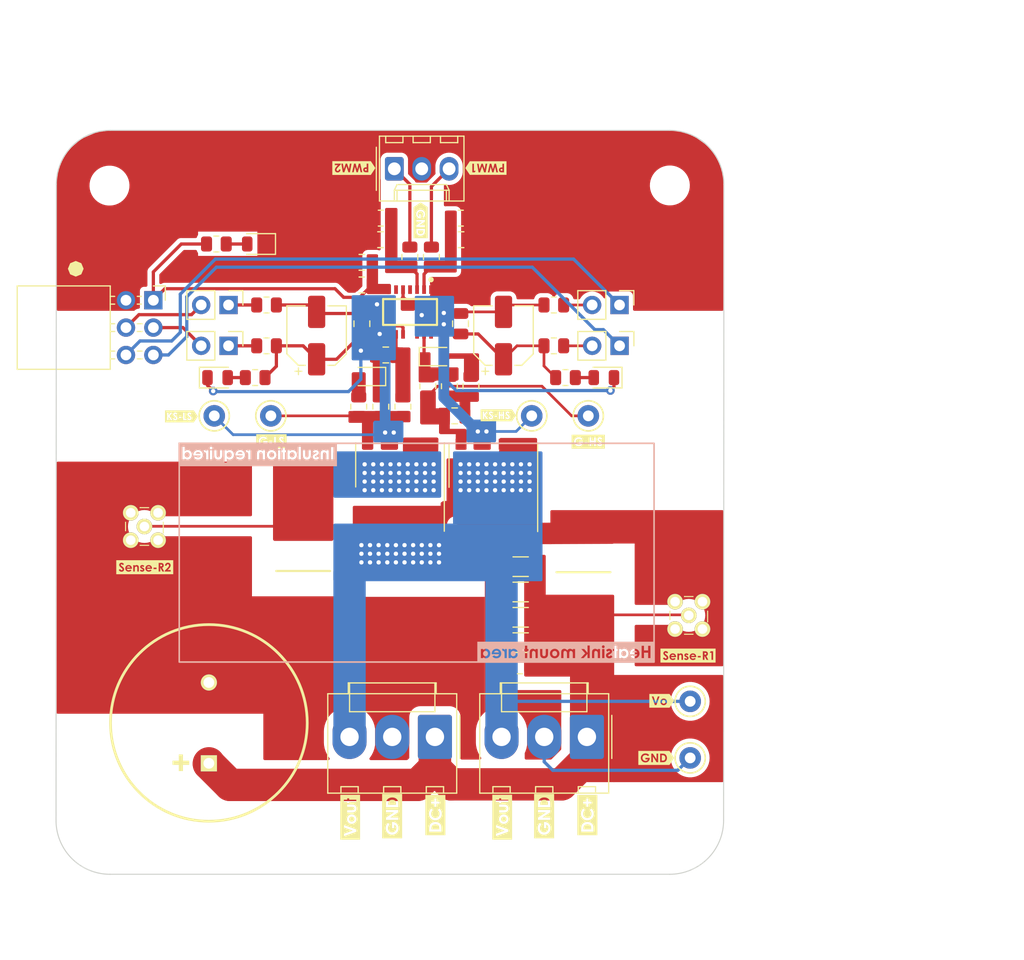
<source format=kicad_pcb>
(kicad_pcb (version 20221018) (generator pcbnew)
  (title_block (comment 4 "AISLER Project ID: ZPYPMIGU"))
  (layers (0 "F.Cu" mixed) (31 "B.Cu" mixed) (34 "B.Paste" user) (35 "F.Paste" user) (36 "B.SilkS" user "B.Silkscreen") (37 "F.SilkS" user "F.Silkscreen") (38 "B.Mask" user) (39 "F.Mask" user) (44 "Edge.Cuts" user))
  (net 0 "")
  (net 1 "GND")
  (net 2 "+3.3V")
  (net 3 "VCCA")
  (net 4 "VCCB")
  (net 5 "GND1")
  (net 6 "LED1")
  (net 7 "Net-(C5-Pad1)")
  (net 8 "Net-(D2-K)")
  (net 9 "GND2")
  (net 10 "OUTA")
  (net 11 "GND3")
  (net 12 "Net-(Q1-G)")
  (net 13 "Net-(D1-A)")
  (net 14 "Net-(D2-A)")
  (net 15 "Net-(D5-A)")
  (net 16 "Net-(D6-A)")
  (net 17 "Net-(D7-A)")
  (net 18 "Net-(J8-Pin_2)")
  (net 19 "Net-(J7-Pin_1)")
  (net 20 "HVDC+")
  (net 21 "PWM1")
  (net 22 "PWM2")
  (net 23 "OUTB")
  (net 24 "gnd-1")
  (net 25 "LED2")
  (net 26 "gnd-2")
  (net 27 "Net-(J6-Pin_1)")
  (net 28 "Net-(J5-Pin_2)")
  (net 30 "Net-(J9-Pad2)")
  (net 31 "Net-(J10-Pad1)")
  (net 32 "Net-(J1-Pin_3)")
  (net 33 "Net-(J2-Pin_1)")
  (net 34 "Net-(J2-Pin_3)")
  (net 35 "Net-(Q2-G)")
  (footprint "LED_SMD:LED_0805_2012Metric" (layer "F.Cu") (at 124.525 58.31 180)
    (fp_text reference "D5" hide)
    (fp_text value "LED")
  )
  (footprint "Connector_Molex:Molex_KK-254_AE-6410-03A_1x03_P2.54mm_Vertical" (layer "F.Cu") (at 137.235 51.33)
    (fp_text reference "J2" hide)
    (fp_text value "PWM")
  )
  (footprint "MountingHole:MountingHole_3.2mm_M3" (layer "F.Cu") (at 162.794466 52.874466)
    (fp_text reference "H3" hide)
    (fp_text value "MountingHole")
  )
  (footprint "kibuzzard-63FF1A06" (layer "F.Cu") (at 133.48 51.26 180)
    (fp_text reference "kibuzzard-63FF1A06" hide)
    (fp_text value "G***" hide)
  )
  (footprint "kibuzzard-640A1BC5" (layer "F.Cu") (at 117.48 74.31)
    (fp_text reference "kibuzzard-640A1BC5" hide)
    (fp_text value "G***" hide)
  )
  (footprint "Resistor_SMD:R_0805_2012Metric" (layer "F.Cu") (at 143.405 55.91)
    (fp_text reference "R16" hide)
    (fp_text value "10k")
  )
  (footprint "Connector_PinHeader_2.54mm:PinHeader_1x02_P2.54mm_Vertical" (layer "F.Cu") (at 121.855 67.76 -90)
    (fp_text reference "J6" hide)
    (fp_text value "5V")
  )
  (footprint "EKXL451ELL101MM30S:CAPPRD750W80D1825H3200" (layer "F.Cu") (at 120.03 106.51 90)
    (fp_text reference "C10" hide)
    (fp_text value "100uF/450V" hide)
  )
  (footprint "Resistor_SMD:R_0805_2012Metric" (layer "F.Cu") (at 124.325 70.71)
    (fp_text reference "R12" hide)
    (fp_text value "4.7k")
  )
  (footprint "Capacitor_SMD:CP_Elec_5x5.3" (layer "F.Cu") (at 130.025 66.81 90)
    (fp_text reference "C16" hide)
    (fp_text value "10uF/35V")
  )
  (footprint "2EDF7275K:TFLGA65P500X500X106-14_13N-V" (layer "F.Cu") (at 138.6925 64.62 -90)
    (fp_text reference "IC1" hide)
    (fp_text value "2EDF7275KXUMA1")
  )
  (footprint "kibuzzard-63FF19FC" (layer "F.Cu") (at 145.73 51.26 180)
    (fp_text reference "kibuzzard-63FF19FC" hide)
    (fp_text value "G***" hide)
  )
  (footprint "Resistor_SMD:R_0805_2012Metric" (layer "F.Cu") (at 148.88 97.46 180)
    (fp_text reference "R8" hide)
    (fp_text value "500k")
  )
  (footprint "Capacitor_SMD:C_0805_2012Metric" (layer "F.Cu") (at 134.225 62.11)
    (fp_text reference "C1" hide)
    (fp_text value "100nF")
  )
  (footprint "Capacitor_SMD:C_1206_3216Metric" (layer "F.Cu") (at 148.955 88.26 180)
    (fp_text reference "C9" hide)
    (fp_text value "100nF/450V")
  )
  (footprint "TestPoint:TestPoint_Keystone_5000-5004_Miniature" (layer "F.Cu") (at 149.98 74.26)
    (fp_text reference "TP5" hide)
    (fp_text value "TestPoint_Alt")
  )
  (footprint "kibuzzard-640A15B0" (layer "F.Cu") (at 151.13 111.41 90)
    (fp_text reference "kibuzzard-640A15B0" hide)
    (fp_text value "G***" hide)
  )
  (footprint "MMCX-J-P-H-ST-TH1:MMCXJPHSTTH1" (layer "F.Cu") (at 163.28 91.51)
    (fp_text reference "J9" hide)
    (fp_text value "MMCX-J-P-H-ST-TH1" hide)
  )
  (footprint "Resistor_SMD:R_0805_2012Metric" (layer "F.Cu") (at 125.38 63.97)
    (fp_text reference "FB2" hide)
    (fp_text value "fb")
  )
  (footprint "Resistor_SMD:R_0805_2012Metric" (layer "F.Cu") (at 138.675 59.51 -90)
    (fp_text reference "R13" hide)
    (fp_text value "100")
  )
  (footprint "Resistor_SMD:R_0805_2012Metric" (layer "F.Cu") (at 138.03 73.41 -90)
    (fp_text reference "R1" hide)
    (fp_text value "470")
  )
  (footprint "Resistor_SMD:R_0805_2012Metric" (layer "F.Cu") (at 140.3425 71.51 -90)
    (fp_text reference "R3" hide)
    (fp_text value "470")
  )
  (footprint "Capacitor_SMD:C_1206_3216Metric" (layer "F.Cu") (at 148.955 90.61 180)
    (fp_text reference "C8" hide)
    (fp_text value "100nF/450V")
  )
  (footprint "LED_SMD:LED_0805_2012Metric" (layer "F.Cu") (at 156.6725 70.71 180)
    (fp_text reference "D6" hide)
    (fp_text value "LED")
  )
  (footprint "TestPoint:TestPoint_Keystone_5000-5004_Miniature" (layer "F.Cu") (at 164.68 100.76)
    (fp_text reference "TP4" hide)
    (fp_text value "TestPoint_Alt")
  )
  (footprint "Resistor_SMD:R_0805_2012Metric" (layer "F.Cu") (at 120.725 58.31 180)
    (fp_text reference "R10" hide)
    (fp_text value "4.7k")
  )
  (footprint "Package_SON:Infineon_PG-LSON-8-1" (layer "F.Cu") (at 146.42 80.89 90)
    (fp_text reference "Q1" hide)
    (fp_text value "IGLD60R190D1")
  )
  (footprint "Resistor_SMD:R_0805_2012Metric" (layer "F.Cu") (at 142.3425 71.51 -90)
    (fp_text reference "R2" hide)
    (fp_text value "10")
  )
  (footprint "kibuzzard-640A1BB7" (layer "F.Cu") (at 146.88 74.21)
    (fp_text reference "kibuzzard-640A1BB7" hide)
    (fp_text value "G***" hide)
  )
  (footprint "Connector_PinHeader_2.54mm:PinHeader_1x02_P2.54mm_Vertical" (layer "F.Cu") (at 121.855 63.97 -90)
    (fp_text reference "J7" hide)
    (fp_text value "GND")
  )
  (footprint "Resistor_SMD:R_0805_2012Metric" (layer "F.Cu") (at 144.3425 71.51 -90)
    (fp_text reference "R5" hide)
    (fp_text value "5.1")
  )
  (footprint "Capacitor_SMD:C_0805_2012Metric" (layer "F.Cu") (at 143.425 57.91 180)
    (fp_text reference "C14" hide)
    (fp_text value "100nF")
  )
  (footprint "Resistor_SMD:R_0805_2012Metric" (layer "F.Cu") (at 152.03 63.97)
    (fp_text reference "FB1" hide)
    (fp_text value "fb")
  )
  (footprint "Resistor_SMD:R_0805_2012Metric" (layer "F.Cu") (at 152.03 67.76)
    (fp_text reference "FB4" hide)
    (fp_text value "fb")
  )
  (footprint "Resistor_SMD:R_0805_2012Metric" (layer "F.Cu") (at 135.98 73.41 -90)
    (fp_text reference "R4" hide)
    (fp_text value "10")
  )
  (footprint "Resistor_SMD:R_0805_2012Metric" (layer "F.Cu") (at 153.1125 70.71 180)
    (fp_text reference "R11" hide)
    (fp_text value "4.7k")
  )
  (footprint "kibuzzard-640A15B9" (layer "F.Cu") (at 137.03 111.41 90)
    (fp_text reference "kibuzzard-640A15B9" hide)
    (fp_text value "G***" hide)
  )
  (footprint "Capacitor_SMD:C_0805_2012Metric" (layer "F.Cu") (at 135.955 57.91)
    (fp_text reference "C13" hide)
    (fp_text value "100nF")
  )
  (footprint "kibuzzard-63FF1A39" (layer "F.Cu") (at 114.08 88.31)
    (fp_text reference "kibuzzard-63FF1A39" hide)
    (fp_text value "G***" hide)
  )
  (footprint "kibuzzard-63EDDA14" (layer "F.Cu") (at 107.68 60.61)
    (fp_text reference "kibuzzard-63EDDA14" hide)
    (fp_text value "G***" hide)
  )
  (footprint "Connector_PinSocket_2.54mm:PinSocket_2x03_P2.54mm_Horizontal" (layer "F.Cu") (at 114.88 63.53)
    (fp_text reference "J4" hide)
    (fp_text value "Conn_02x03_Odd_Even")
  )
  (footprint "Connector_PinHeader_2.54mm:PinHeader_1x02_P2.54mm_Vertical" (layer "F.Cu") (at 158.13 67.76 -90)
    (fp_text reference "J5" hide)
    (fp_text value "5V")
  )
  (footprint "Capacitor_SMD:C_0805_2012Metric" (layer "F.Cu") (at 142.83 74.26 180)
    (fp_text reference "C5" hide)
    (fp_text value "2.2nF")
  )
  (footprint "kibuzzard-640A15A1" (layer "F.Cu") (at 161.53 106.01)
    (fp_text reference "kibuzzard-640A15A1" hide)
    (fp_text value "G***" hide)
  )
  (footprint "kibuzzard-63EE9044" (layer "F.Cu") (at 155.14 111.315 90)
    (fp_text reference "kibuzzard-63EE9044" hide)
    (fp_text value "G***" hide)
  )
  (footprint "kibuzzard-63EE9044" (layer "F.Cu") (at 141.04 111.315 90)
    (fp_text reference "kibuzzard-63EE9044" hide)
    (fp_text value "G***" hide)
  )
  (footprint "footprint:RESC10052X50N" (layer "F.Cu") (at 128.78 88.66 -90)
    (fp_text reference "R9" hide)
    (fp_text value "WSLP3921L1000FEA" hide)
  )
  (footprint "MountingHole:MountingHole_3.2mm_M3" (layer "F.Cu") (at 110.808932 52.888932)
    (fp_text reference "H4" hide)
    (fp_text value "MountingHole")
  )
  (footprint "Package_SON:Infineon_PG-LSON-8-1" (layer "F.Cu") (at 137.76 80.86 90)
    (fp_text reference "Q2" hide)
    (fp_text value "IGLD60R190D1")
  )
  (footprint "Diode_SMD:D_SOD-323" (layer "F.Cu") (at 134.93 70.61 180)
    (fp_text reference "D2" hide)
    (fp_text value "BAT165")
  )
  (footprint "Capacitor_SMD:C_0805_2012Metric" (layer "F.Cu") (at 136.4425 68.61 180)
    (fp_text reference "C4" hide)
    (fp_text value "2.2nF")
  )
  (footprint "Connector_Molex:Molex_KK-396_A-41791-0003_1x03_P3.96mm_Vertical" (layer "F.Cu") (at 141 104.06 180)
    (fp_text reference "J3" hide)
    (fp_text value "HVDC")
  )
  (footprint "kibuzzard-63EDD5C6" (layer "F.Cu") (at 125.83 76.61)
    (fp_text reference "kibuzzard-63EDD5C6" hide)
    (fp_text value "G***" hide)
  )
  (footprint "Resistor_SMD:R_0805_2012Metric" (layer "F.Cu") (at 140.675 59.51 -90)
    (fp_text reference "R14" hide)
    (fp_text value "100")
  )
  (footprint "TestPoint:TestPoint_Keystone_5000-5004_Miniature" (layer "F.Cu") (at 125.78 74.26)
    (fp_text reference "TP2" hide)
    (fp_text value "TestPoint_Alt")
  )
  (footprint "MMCX-J-P-H-ST-TH1:MMCXJPHSTTH1" (layer "F.Cu") (at 112.78 83.26)
    (fp_text reference "J10" hide)
    (fp_text value "MMCX-J-P-H-ST-TH1" hide)
  )
  (footprint "LED_SMD:LED_0805_2012Metric" (layer "F.Cu") (at 120.8375 70.71)
    (fp_text reference "D7" hide)
    (fp_text value "LED")
  )
  (footprint "kibuzzard-63FF19DB" (layer "F.Cu") (at 139.675 56.11 -90)
    (fp_text reference "kibuzzard-63FF19DB" hide)
    (fp_text value "G***" hide)
  )
  (footprint "Resistor_SMD:R_0805_2012Metric" (layer "F.Cu") (at 135.975 55.91 180)
    (fp_text reference "R15" hide)
    (fp_text value "10k")
  )
  (footprint "TestPoint:TestPoint_Keystone_5000-5004_Miniature" (layer "F.Cu") (at 155.23 74.26)
    (fp_text reference "TP1" hide)
    (fp_text value "TestPoint_Alt")
  )
  (footprint "kibuzzard-63EE9091" (layer "F.Cu") (at 133.14 111.515 90)
    (fp_text reference "kibuzzard-63EE9091" hide)
    (fp_text value "G***" hide)
  )
  (footprint "kibuzzard-63EDD5E0" (layer "F.Cu") (at 155.225 76.66)
    (fp_text reference "kibuzzard-63EDD5E0" hide)
    (fp_text value "G***" hide)
  )
  (footprint "Capacitor_SMD:C_1206_3216Metric" (layer "F.Cu") (at 148.955 95.31 180)
    (fp_text reference "C7" hide)
    (fp_text value "100nF/450V")
  )
  (footprint "kibuzzard-63EDD791" (layer "F.Cu") (at 164.48 96.51)
    (fp_text reference "kibuzzard-63EDD791" hide)
    (fp_text value "G***" hide)
  )
  (footprint "kibuzzard-63FF2B27" (layer "F.Cu") (at 117.43 106.46)
    (fp_text reference "kibuzzard-63FF2B27" hide)
    (fp_text value "G***" hide)
  )
  (footprint "footprint:RESC10052X50N" (layer "F.Cu") (at 154.78 88.77 -90)
    (fp_text reference "R7" hide)
    (fp_text value "WSLP3921L1000FEA" hide)
  )
  (footprint "kibuzzard-63EE9091" (layer "F.Cu") (at 147.24 111.515 90)
    (fp_text reference "kibuzzard-63EE9091" hide)
    (fp_text value "G***" hide)
  )
  (footprint "Diode_SMD:D_SOD-323" (layer "F.Cu") (at 141.0475 68.76)
    (fp_text reference "D1" hide)
    (fp_text value "BAT165")
  )
  (footprint "Connector_Molex:Molex_KK-396_A-41791-0003_1x03_P3.96mm_Vertical" (layer "F.Cu") (at 155.1 104.06 180)
    (fp_text reference "J1" hide)
    (fp_text value "HVDC")
  )
  (footprint "MountingHole:MountingHole_3.2mm_M3" (layer "F.Cu") (at 162.78 111.81)
    (fp_text reference "H1" hide)
    (fp_text value "MountingHole")
  )
  (footprint "Capacitor_SMD:C_0805_2012Metric" (layer "F.Cu") (at 134.225 65.71 -90)
    (fp_text reference "C3" hide)
    (fp_text value "1uF")
  )
  (footprint "Capacitor_SMD:C_0805_2012Metric" (layer "F.Cu") (at 134.225 60.01)
    (fp_text reference "C11" hide)
    (fp_text value "100nF")
  )
  (footprint "Connector_PinHeader_2.54mm:PinHeader_1x02_P2.54mm_Vertical" (layer "F.Cu") (at 158.125 63.97 -90)
    (fp_text reference "J8" hide)
    (fp_text value "GND")
  )
  (footprint "TestPoint:TestPoint_Keystone_5000-5004_Miniature" (layer "F.Cu") (at 164.68 106.01)
    (fp_text reference "TP6" hide)
    (fp_text value "TestPoint_Alt")
  )
  (footprint "Resistor_SMD:R_0805_2012Metric" (layer "F.Cu") (at 125.38 67.76 180)
    (fp_text reference "FB3" hide)
    (fp_text value "fb")
  )
  (footprint "Capacitor_SMD:C_0805_2012Metric" (layer "F.Cu") (at 143.375 65.71 -90)
    (fp_text reference "C2" hide)
    (fp_text value "1uF")
  )
  (footprint "TestPoint:TestPoint_Keystone_5000-5004_Miniature" (layer "F.Cu") (at 120.53 74.26)
    (fp_text reference "TP3" hide)
    (fp_text value "TestPoint_Alt")
  )
  (footprint "Capacitor_SMD:CP_Elec_5x5.3" (layer "F.Cu") (at 147.3625 66.81 90)
    (fp_text reference "C15" hide)
    (fp_text value "10uF/35V")
  )
  (footprint "MountingHole:MountingHole_3.2mm_M3" (layer "F.Cu") (at 110.88 111.81)
    (fp_text reference "H2" hide)
    (fp_text value "MountingHole")
  )
  (footprint "kibuzzard-640A14F1" (layer "F.Cu") (at 162.039726 100.71)
    (fp_text reference "kibuzzard-640A14F1" hide)
    (fp_text value "G***" hide)
  )
  (footprint "Capacitor_SMD:C_1206_3216Metric" (layer "F.Cu") (at 148.955 92.96 180)
    (fp_text reference "C6" hide)
    (fp_text value "100nF/450V")
  )
  (footprint "Resistor_SMD:R_0805_2012Metric" (layer "F.Cu") (at 133.93 73.41 -90)
    (fp_text reference "R6" hide)
    (fp_text value "5.1")
  )
  (footprint "kibuzzard-63FF27E9" (layer "B.Cu") (at 153.13 96.16 180)
    (fp_text reference "kibuzzard-63FF27E9" hide)
    (fp_text value "G***" hide)
  )
  (footprint "kibuzzard-63FF2952" (layer "B.Cu") (at 124.58 77.86 180)
    (fp_text reference "kibuzzard-63FF2952" hide)
    (fp_text value "G***" hide)
  )
  (gr_rect (start 117.28 76.81) (end 161.33 97.11) (stroke (width 0.15)) (fill none) (layer "B.SilkS"))
  (gr_line (start 167.78 111.81) (end 167.808932 52.774466) (stroke (width 0.1)) (layer "Edge.Cuts"))
  (gr_line (start 110.88 47.76) (end 162.794466 47.76) (stroke (width 0.1)) (layer "Edge.Cuts"))
  (gr_line (start 105.88 52.76) (end 105.851068 111.81) (stroke (width 0.1)) (layer "Edge.Cuts"))
  (gr_arc (start 110.851068 116.81) (mid 107.315524 115.345544) (end 105.851068 111.81) (stroke (width 0.1)) (layer "Edge.Cuts"))
  (gr_arc (start 105.88 52.76) (mid 107.344466 49.224466) (end 110.88 47.76) (stroke (width 0.1)) (layer "Edge.Cuts"))
  (gr_line (start 110.851068 116.81) (end 162.78 116.81) (stroke (width 0.1)) (layer "Edge.Cuts"))
  (gr_arc (start 167.78 111.81) (mid 166.315544 115.345544) (end 162.78 116.81) (stroke (width 0.1)) (layer "Edge.Cuts"))
  (gr_arc (start 162.794466 47.76) (mid 166.336031 49.232921) (end 167.808932 52.774466) (stroke (width 0.1)) (layer "Edge.Cuts"))
  (segment (start 138.0425 63.5725) (end 138.18 63.71) (width 0.3) (layer "F.Cu") (net 1))
  (segment (start 138.0425 62.545) (end 138.0425 63.5725) (width 0.3) (layer "F.Cu") (net 1))
  (segment (start 131.73 62.46) (end 115.95 62.46) (width 0.3) (layer "F.Cu") (net 2))
  (segment (start 132.53 63.26) (end 131.73 62.46) (width 0.3) (layer "F.Cu") (net 2))
  (segment (start 115.95 62.46) (end 114.88 63.53) (width 0.3) (layer "F.Cu") (net 2))
  (segment (start 114.88 63.53) (end 114.88 60.9) (width 0.3) (layer "F.Cu") (net 2))
  (segment (start 119.8125 58.31) (end 117.47 58.31) (width 0.3) (layer "F.Cu") (net 2))
  (segment (start 114.88 60.9) (end 117.47 58.31) (width 0.3) (layer "F.Cu") (net 2))
  (segment (start 135.175 62.11) (end 134.025 63.26) (width 0.3) (layer "F.Cu") (net 2))
  (segment (start 134.025 63.26) (end 132.53 63.26) (width 0.3) (layer "F.Cu") (net 2))
  (segment (start 156.63 66.26) (end 155.83 66.26) (width 0.3) (layer "B.Cu") (net 3))
  (segment (start 150.03 60.46) (end 120.73 60.46) (width 0.3) (layer "B.Cu") (net 3))
  (segment (start 155.83 66.26) (end 150.03 60.46) (width 0.3) (layer "B.Cu") (net 3))
  (segment (start 158.13 67.76) (end 156.63 66.26) (width 0.3) (layer "B.Cu") (net 3))
  (segment (start 120.73 60.46) (end 117.98 63.21) (width 0.3) (layer "B.Cu") (net 3))
  (segment (start 117.98 66.910001) (end 116.28 68.61) (width 0.3) (layer "B.Cu") (net 3))
  (segment (start 117.98 63.21) (end 117.98 66.910001) (width 0.3) (layer "B.Cu") (net 3))
  (segment (start 116.28 68.61) (end 114.88 68.61) (width 0.3) (layer "B.Cu") (net 3))
  (segment (start 117.625 66.07) (end 119.315 67.76) (width 0.3) (layer "F.Cu") (net 4))
  (segment (start 114.88 66.07) (end 117.625 66.07) (width 0.3) (layer "F.Cu") (net 4))
  (segment (start 113.64 67.31) (end 112.34 68.61) (width 0.3) (layer "B.Cu") (net 5))
  (segment (start 117.38 66.51) (end 116.58 67.31) (width 0.3) (layer "B.Cu") (net 5))
  (segment (start 116.58 67.31) (end 113.64 67.31) (width 0.3) (layer "B.Cu") (net 5))
  (segment (start 153.865 59.71) (end 120.63 59.71) (width 0.3) (layer "B.Cu") (net 5))
  (segment (start 117.38 62.96) (end 117.38 66.51) (width 0.3) (layer "B.Cu") (net 5))
  (segment (start 158.125 63.97) (end 153.865 59.71) (width 0.3) (layer "B.Cu") (net 5))
  (segment (start 120.63 59.71) (end 117.38 62.96) (width 0.3) (layer "B.Cu") (net 5))
  (segment (start 151.1175 67.76) (end 151.1175 69.6275) (width 0.25) (layer "F.Cu") (net 6))
  (segment (start 148.6125 67.76) (end 147.3625 69.01) (width 0.25) (layer "F.Cu") (net 6))
  (segment (start 145.0125 66.66) (end 147.3625 69.01) (width 0.3) (layer "F.Cu") (net 6))
  (segment (start 143.34 66.695) (end 140.6425 66.695) (width 0.3) (layer "F.Cu") (net 6))
  (segment (start 143.375 66.66) (end 145.0125 66.66) (width 0.3) (layer "F.Cu") (net 6))
  (segment (start 151.1175 67.76) (end 148.6125 67.76) (width 0.25) (layer "F.Cu") (net 6))
  (segment (start 143.375 66.66) (end 143.34 66.695) (width 0.3) (layer "F.Cu") (net 6))
  (segment (start 151.1175 69.6275) (end 152.2 70.71) (width 0.25) (layer "F.Cu") (net 6))
  (segment (start 118.415 64.87) (end 113.54 64.87) (width 0.3) (layer "F.Cu") (net 9))
  (segment (start 113.54 64.87) (end 112.34 66.07) (width 0.3) (layer "F.Cu") (net 9))
  (segment (start 119.315 63.97) (end 118.415 64.87) (width 0.3) (layer "F.Cu") (net 9))
  (segment (start 139.9925 68.755) (end 139.9975 68.76) (width 0.3) (layer "F.Cu") (net 10))
  (segment (start 139.9925 66.695) (end 139.9925 68.755) (width 0.3) (layer "F.Cu") (net 10))
  (segment (start 163.53 107.16) (end 164.68 106.01) (width 0.3) (layer "B.Cu") (net 11))
  (segment (start 151.93 107.16) (end 163.53 107.16) (width 0.3) (layer "B.Cu") (net 11))
  (segment (start 151.14 104.06) (end 151.14 106.37) (width 0.3) (layer "B.Cu") (net 11))
  (segment (start 151.14 106.37) (end 151.93 107.16) (width 0.3) (layer "B.Cu") (net 11))
  (segment (start 155.23 74.26) (end 153.68 74.26) (width 0.25) (layer "F.Cu") (net 12))
  (segment (start 153.68 74.26) (end 150.93 71.51) (width 0.25) (layer "F.Cu") (net 12))
  (segment (start 150.93 71.51) (end 141.255 71.51) (width 0.25) (layer "F.Cu") (net 12))
  (segment (start 141.255 71.51) (end 140.3425 72.4225) (width 0.25) (layer "F.Cu") (net 12))
  (segment (start 121.6375 58.31) (end 123.5875 58.31) (width 0.3) (layer "F.Cu") (net 15))
  (segment (start 154.025 70.71) (end 155.735 70.71) (width 0.3) (layer "F.Cu") (net 16))
  (segment (start 123.4125 70.71) (end 121.775 70.71) (width 0.3) (layer "F.Cu") (net 17))
  (segment (start 155.585 63.97) (end 152.9425 63.97) (width 0.25) (layer "F.Cu") (net 18))
  (segment (start 121.855 63.97) (end 124.4675 63.97) (width 0.3) (layer "F.Cu") (net 19))
  (segment (start 139.39 108.515) (end 141 106.905) (width 3) (layer "F.Cu") (net 20))
  (segment (start 155.1 106.105) (end 155.1 104.06) (width 3) (layer "F.Cu") (net 20))
  (segment (start 164.502 92.732) (end 154.968 92.732) (width 0.25) (layer "F.Cu") (net 20))
  (segment (start 164.55 92.78) (end 164.502 92.732) (width 0.25) (layer "F.Cu") (net 20))
  (segment (start 141 104.06) (end 141 106.975) (width 3) (layer "F.Cu") (net 20))
  (segment (start 152.74 108.465) (end 155.1 106.105) (width 3) (layer "F.Cu") (net 20))
  (segment (start 141 106.975) (end 142.49 108.465) (width 3) (layer "F.Cu") (net 20))
  (segment (start 121.985 108.515) (end 120.03 106.56) (width 3) (layer "F.Cu") (net 20))
  (segment (start 142.49 108.465) (end 152.74 108.465) (width 3) (layer "F.Cu") (net 20))
  (segment (start 120.03 106.56) (end 120.03 106.51) (width 3) (layer "F.Cu") (net 20))
  (segment (start 141 106.905) (end 141 104.06) (width 3) (layer "F.Cu") (net 20))
  (segment (start 121.985 108.515) (end 139.39 108.515) (width 3) (layer "F.Cu") (net 20))
  (segment (start 154.968 92.732) (end 154.78 92.92) (width 0.25) (layer "F.Cu") (net 20))
  (segment (start 139.9925 61.105) (end 140.675 60.4225) (width 0.3) (layer "F.Cu") (net 21))
  (segment (start 139.9925 62.545) (end 139.9925 61.105) (width 0.3) (layer "F.Cu") (net 21))
  (segment (start 139.3425 61.09) (end 138.675 60.4225) (width 0.3) (layer "F.Cu") (net 22))
  (segment (start 139.3425 62.545) (end 139.3425 61.09) (width 0.3) (layer "F.Cu") (net 22))
  (segment (start 137.3925 66.695) (end 137.3925 68.61) (width 0.3) (layer "F.Cu") (net 23))
  (segment (start 139.775 64.91) (end 139.3425 65.3425) (width 0.25) (layer "F.Cu") (net 24))
  (segment (start 141.875 64.76) (end 143.875 64.76) (width 0.25) (layer "F.Cu") (net 24))
  (segment (start 151.1175 63.97) (end 148.0025 63.97) (width 0.25) (layer "F.Cu") (net 24))
  (segment (start 144.025 64.61) (end 147.3625 64.61) (width 0.25) (layer "F.Cu") (net 24))
  (segment (start 141.825 64.71) (end 141.875 64.76) (width 0.25) (layer "F.Cu") (net 24))
  (segment (start 157.28 71.91) (end 157.61 71.58) (width 0.3) (layer "F.Cu") (net 24))
  (segment (start 139.3425 65.3425) (end 139.3425 66.695) (width 0.25) (layer "F.Cu") (net 24))
  (segment (start 157.61 71.58) (end 157.61 70.71) (width 0.3) (layer "F.Cu") (net 24))
  (segment (start 141.625 64.91) (end 139.775 64.91) (width 0.3) (layer "F.Cu") (net 24))
  (segment (start 148.0025 63.97) (end 147.3625 64.61) (width 0.25) (layer "F.Cu") (net 24))
  (segment (start 141.825 64.71) (end 141.825 65.76) (width 0.3) (layer "F.Cu") (net 24))
  (segment (start 141.825 64.71) (end 141.625 64.91) (width 0.3) (layer "F.Cu") (net 24))
  (segment (start 143.875 64.76) (end 144.025 64.61) (width 0.25) (layer "F.Cu") (net 24))
  (via (at 145.78 75.71) (size 0.8) (drill 0.4) (layers "F.Cu" "B.Cu") (net 24))
  (via (at 144.98 75.71) (size 0.8) (drill 0.4) (layers "F.Cu" "B.Cu") (net 24))
  (via (at 139.775 64.91) (size 0.8) (drill 0.4) (layers "F.Cu" "B.Cu") (net 24))
  (via (at 141.825 64.71) (size 0.8) (drill 0.4) (layers "F.Cu" "B.Cu") (net 24))
  (via (at 141.825 65.76) (size 0.8) (drill 0.4) (layers "F.Cu" "B.Cu") (net 24))
  (via (at 157.28 71.91) (size 0.8) (drill 0.4) (layers "F.Cu" "B.Cu") (net 24))
  (segment (start 141.825 65.76) (end 141.825 71.21) (width 1) (layer "B.Cu") (net 24))
  (segment (start 141.825 71.21) (end 141.825 72.555) (width 1) (layer "B.Cu") (net 24))
  (segment (start 148.53 75.71) (end 145.78 75.71) (width 0.25) (layer "B.Cu") (net 24))
  (segment (start 142.98 71.91) (end 142.28 71.21) (width 0.3) (layer "B.Cu") (net 24))
  (segment (start 141.825 72.555) (end 144.98 75.71) (width 1) (layer "B.Cu") (net 24))
  (segment (start 142.28 71.21) (end 141.825 71.21) (width 0.3) (layer "B.Cu") (net 24))
  (segment (start 149.98 74.26) (end 148.53 75.71) (width 0.25) (layer "B.Cu") (net 24))
  (segment (start 157.28 71.91) (end 142.98 71.91) (width 0.3) (layer "B.Cu") (net 24))
  (segment (start 126.2925 69.655) (end 125.2375 70.71) (width 0.3) (layer "F.Cu") (net 25))
  (segment (start 128.775 67.76) (end 130.025 69.01) (width 0.3) (layer "F.Cu") (net 25))
  (segment (start 138.0425 66.07) (end 138.0425 66.695) (width 0.3) (layer "F.Cu") (net 25))
  (segment (start 126.2925 67.76) (end 126.2925 69.655) (width 0.3) (layer "F.Cu") (net 25))
  (segment (start 130.025 69.01) (end 131.875 69.01) (width 0.3) (layer "F.Cu") (net 25))
  (segment (start 134.225 66.66) (end 134.975 65.91) (width 0.3) (layer "F.Cu") (net 25))
  (segment (start 134.975 65.91) (end 137.8825 65.91) (width 0.3) (layer "F.Cu") (net 25))
  (segment (start 137.8825 65.91) (end 138.0425 66.07) (width 0.3) (layer "F.Cu") (net 25))
  (segment (start 126.2925 67.76) (end 128.775 67.76) (width 0.3) (layer "F.Cu") (net 25))
  (segment (start 131.875 69.01) (end 134.225 66.66) (width 0.3) (layer "F.Cu") (net 25))
  (segment (start 129.385 63.97) (end 130.025 64.61) (width 0.3) (layer "F.Cu") (net 26))
  (segment (start 134.225 64.76) (end 130.175 64.76) (width 0.3) (layer "F.Cu") (net 26))
  (segment (start 135.798528 66.66) (end 135.875 66.66) (width 0.3) (layer "F.Cu") (net 26))
  (segment (start 134.225 64.76) (end 134.775 64.76) (width 0.3) (layer "F.Cu") (net 26))
  (segment (start 135.875 66.66) (end 135.91 66.695) (width 0.25) (layer "F.Cu") (net 26))
  (segment (start 134.13 68.21) (end 134.248528 68.21) (width 0.3) (layer "F.Cu") (net 26))
  (segment (start 119.9 71.43) (end 119.9 70.71) (width 0.3) (layer "F.Cu") (net 26))
  (segment (start 130.175 64.76) (end 130.025 64.61) (width 0.3) (layer "F.Cu") (net 26))
  (segment (start 126.2925 63.97) (end 129.385 63.97) (width 0.3) (layer "F.Cu") (net 26))
  (segment (start 134.775 64.76) (end 135.625 63.91) (width 0.3) (layer "F.Cu") (net 26))
  (segment (start 134.248528 68.21) (end 135.798528 66.66) (width 0.3) (layer "F.Cu") (net 26))
  (segment (start 135.91 66.695) (end 136.7425 66.695) (width 0.25) (layer "F.Cu") (net 26))
  (segment (start 120.43 71.96) (end 119.9 71.43) (width 0.3) (layer "F.Cu") (net 26))
  (via (at 135.625 63.91) (size 0.8) (drill 0.4) (layers "F.Cu" "B.Cu") (net 26))
  (via (at 136.38 75.81) (size 0.8) (drill 0.4) (layers "F.Cu" "B.Cu") (net 26))
  (via (at 134.13 68.21) (size 0.8) (drill 0.4) (layers "F.Cu" "B.Cu") (net 26))
  (via (at 120.43 71.96) (size 0.8) (drill 0.4) (layers "F.Cu" "B.Cu") (net 26))
  (via (at 135.875 66.66) (size 0.8) (drill 0.4) (layers "F.Cu" "B.Cu") (net 26))
  (via (at 137.18 75.81) (size 0.8) (drill 0.4) (layers "F.Cu" "B.Cu") (net 26))
  (segment (start 122.28 76.01) (end 120.53 74.26) (width 0.25) (layer "B.Cu") (net 26))
  (segment (start 136.38 75.81) (end 136.38 68.71) (width 1) (layer "B.Cu") (net 26))
  (segment (start 136.18 76.01) (end 136.38 75.81) (width 0.25) (layer "B.Cu") (net 26))
  (segment (start 120.43 71.96) (end 120.48 72.01) (width 0.3) (layer "B.Cu") (net 26))
  (segment (start 132.98 72.01) (end 134.13 70.86) (width 0.3) (layer "B.Cu") (net 26))
  (segment (start 120.48 72.01) (end 132.98 72.01) (width 0.3) (layer "B.Cu") (net 26))
  (segment (start 134.13 70.86) (end 134.13 68.21) (width 0.3) (layer "B.Cu") (net 26))
  (segment (start 136.18 76.01) (end 122.28 76.01) (width 0.25) (layer "B.Cu") (net 26))
  (segment (start 121.855 67.76) (end 124.4675 67.76) (width 0.3) (layer "F.Cu") (net 27))
  (segment (start 155.59 67.76) (end 152.9425 67.76) (width 0.25) (layer "F.Cu") (net 28))
  (segment (start 128.78 84.51) (end 114.07 84.51) (width 0.25) (layer "F.Cu") (net 31))
  (segment (start 137.55 79.96) (end 137.52 79.99) (width 0.25) (layer "F.Cu") (net 31))
  (segment (start 114.07 84.51) (end 114.05 84.53) (width 0.25) (layer "F.Cu") (net 31))
  (via (at 139.28 81.16) (size 0.8) (drill 0.4) (layers "F.Cu" "B.Cu") (net 31))
  (via (at 140.08 79.56) (size 0.8) (drill 0.4) (layers "F.Cu" "B.Cu") (net 31))
  (via (at 140.88 78.76) (size 0.8) (drill 0.4) (layers "F.Cu" "B.Cu") (net 31))
  (via (at 135.28 80.36) (size 0.8) (drill 0.4) (layers "F.Cu" "B.Cu") (net 31))
  (via (at 136.08 79.56) (size 0.8) (drill 0.4) (layers "F.Cu" "B.Cu") (net 31))
  (via (at 134.48 81.16) (size 0.8) (drill 0.4) (layers "F.Cu" "B.Cu") (net 31))
  (via (at 136.88 78.76) (size 0.8) (drill 0.4) (layers "F.Cu" "B.Cu") (net 31))
  (via (at 136.08 81.16) (size 0.8) (drill 0.4) (layers "F.Cu" "B.Cu") (net 31))
  (via (at 136.08 78.76) (size 0.8) (drill 0.4) (layers "F.Cu" "B.Cu") (net 31))
  (via (at 136.08 80.36) (size 0.8) (drill 0.4) (layers "F.Cu" "B.Cu") (net 31))
  (via (at 140.88 80.36) (size 0.8) (drill 0.4) (layers "F.Cu" "B.Cu") (net 31))
  (via (at 140.88 79.56) (size 0.8) (drill 0.4) (layers "F.Cu" "B.Cu") (net 31))
  (via (at 135.28 79.56) (size 0.8) (drill 0.4) (layers "F.Cu" "B.Cu") (net 31))
  (via (at 138.48 80.36) (size 0.8) (drill 0.4) (layers "F.Cu" "B.Cu") (net 31))
  (via (at 140.88 81.16) (size 0.8) (drill 0.4) (layers "F.Cu" "B.Cu") (net 31))
  (via (at 134.48 79.56) (size 0.8) (drill 0.4) (layers "F.Cu" "B.Cu") (net 31))
  (via (at 138.48 79.56) (size 0.8) (drill 0.4) (layers "F.Cu" "B.Cu") (net 31))
  (via (at 139.28 78.76) (size 0.8) (drill 0.4) (layers "F.Cu" "B.Cu") (net 31))
  (via (at 140.08 81.16) (size 0.8) (drill 0.4) (layers "F.Cu" "B.Cu") (net 31))
  (via (at 134.48 80.36) (size 0.8) (drill 0.4) (layers "F.Cu" "B.Cu") (net 31))
  (via (at 139.28 80.36) (size 0.8) (drill 0.4) (layers "F.Cu" "B.Cu") (net 31))
  (via (at 138.48 81.16) (size 0.8) (drill 0.4) (layers "F.Cu" "B.Cu") (net 31))
  (via (at 138.48 78.76) (size 0.8) (drill 0.4) (layers "F.Cu" "B.Cu") (net 31))
  (via (at 137.68 79.56) (size 0.8) (drill 0.4) (layers "F.Cu" "B.Cu") (net 31))
  (via (at 135.28 81.16) (size 0.8) (drill 0.4) (layers "F.Cu" "B.Cu") (net 31))
  (via (at 140.08 80.36) (size 0.8) (drill 0.4) (layers "F.Cu" "B.Cu") (net 31))
  (via (at 136.88 81.16) (size 0.8) (drill 0.4) (layers "F.Cu" "B.Cu") (net 31))
  (via (at 134.48 78.76) (size 0.8) (drill 0.4) (layers "F.Cu" "B.Cu") (net 31))
  (via (at 139.28 79.56) (size 0.8) (drill 0.4) (layers "F.Cu" "B.Cu") (net 31))
  (via (at 136.88 79.56) (size 0.8) (drill 0.4) (layers "F.Cu" "B.Cu") (net 31))
  (via (at 137.68 78.76) (size 0.8) (drill 0.4) (layers "F.Cu" "B.Cu") (net 31))
  (via (at 137.68 80.36) (size 0.8) (drill 0.4) (layers "F.Cu" "B.Cu") (net 31))
  (via (at 136.88 80.36) (size 0.8) (drill 0.4) (layers "F.Cu" "B.Cu") (net 31))
  (via (at 140.08 78.76) (size 0.8) (drill 0.4) (layers "F.Cu" "B.Cu") (net 31))
  (via (at 135.28 78.76) (size 0.8) (drill 0.4) (layers "F.Cu" "B.Cu") (net 31))
  (via (at 137.68 81.16) (size 0.8) (drill 0.4) (layers "F.Cu" "B.Cu") (net 31))
  (via (at 148.18 79.56) (size 0.8) (drill 0.4) (layers "F.Cu" "B.Cu") (net 32))
  (via (at 148.98 79.56) (size 0.8) (drill 0.4) (layers "F.Cu" "B.Cu") (net 32))
  (via (at 134.98 87.86) (size 0.8) (drill 0.4) (layers "F.Cu" "B.Cu") (net 32))
  (via (at 144.18 80.36) (size 0.8) (drill 0.4) (layers "F.Cu" "B.Cu") (net 32))
  (via (at 134.98 87.06) (size 0.8) (drill 0.4) (layers "F.Cu" "B.Cu") (net 32))
  (via (at 147.38 79.56) (size 0.8) (drill 0.4) (layers "F.Cu" "B.Cu") (net 32))
  (via (at 148.98 80.36) (size 0.8) (drill 0.4) (layers "F.Cu" "B.Cu") (net 32))
  (via (at 145.78 79.56) (size 0.8) (drill 0.4) (layers "F.Cu" "B.Cu") (net 32))
  (via (at 143.38 81.16) (size 0.8) (drill 0.4) (layers "F.Cu" "B.Cu") (net 32))
  (via (at 145.78 80.36) (size 0.8) (drill 0.4) (layers "F.Cu" "B.Cu") (net 32))
  (via (at 138.18 86.26) (size 0.8) (drill 0.4) (layers "F.Cu" "B.Cu") (net 32))
  (via (at 149.78 80.36) (size 0.8) (drill 0.4) (layers "F.Cu" "B.Cu") (net 32))
  (via (at 136.58 86.26) (size 0.8) (drill 0.4) (layers "F.Cu" "B.Cu") (net 32))
  (via (at 147.38 78.76) (size 0.8) (drill 0.4) (layers "F.Cu" "B.Cu") (net 32))
  (via (at 140.58 87.86) (size 0.8) (drill 0.4) (layers "F.Cu" "B.Cu") (net 32))
  (via (at 140.58 87.06) (size 0.8) (drill 0.4) (layers "F.Cu" "B.Cu") (net 32))
  (via (at 143.38 79.56) (size 0.8) (drill 0.4) (layers "F.Cu" "B.Cu") (net 32))
  (via (at 138.98 87.86) (size 0.8) (drill 0.4) (layers "F.Cu" "B.Cu") (net 32))
  (via (at 140.58 86.26) (size 0.8) (drill 0.4) (layers "F.Cu" "B.Cu") (net 32))
  (via (at 143.38 78.76) (size 0.8) (drill 0.4) (layers "F.Cu" "B.Cu") (net 32))
  (via (at 136.58 87.86) (size 0.8) (drill 0.4) (layers "F.Cu" "B.Cu") (net 32))
  (via (at 143.38 80.36) (size 0.8) (drill 0.4) (layers "F.Cu" "B.Cu") (net 32))
  (via (at 137.38 87.86) (size 0.8) (drill 0.4) (layers "F.Cu" "B.Cu") (net 32))
  (via (at 138.18 87.86) (size 0.8) (drill 0.4) (layers "F.Cu" "B.Cu") (net 32))
  (via (at 149.78 81.16) (size 0.8) (drill 0.4) (layers "F.Cu" "B.Cu") (net 32))
  (via (at 145.78 78.76) (size 0.8) (drill 0.4) (layers "F.Cu" "B.Cu") (net 32))
  (via (at 138.98 87.06) (size 0.8) (drill 0.4) (layers "F.Cu" "B.Cu") (net 32))
  (via (at 147.38 80.36) (size 0.8) (drill 0.4) (layers "F.Cu" "B.Cu") (net 32))
  (via (at 134.18 86.26) (size 0.8) (drill 0.4) (layers "F.Cu" "B.Cu") (net 32))
  (via (at 148.18 78.76) (size 0.8) (drill 0.4) (layers "F.Cu" "B.Cu") (net 32))
  (via (at 149.78 79.56) (size 0.8) (drill 0.4) (layers "F.Cu" "B.Cu") (net 32))
  (via (at 137.38 87.06) (size 0.8) (drill 0.4) (layers "F.Cu" "B.Cu") (net 32))
  (via (at 141.38 87.86) (size 0.8) (drill 0.4) (layers "F.Cu" "B.Cu") (net 32))
  (via (at 139.78 87.06) (size 0.8) (drill 0.4) (layers "F.Cu" "B.Cu") (net 32))
  (via (at 148.18 81.16) (size 0.8) (drill 0.4) (layers "F.Cu" "B.Cu") (net 32))
  (via (at 147.38 81.16) (size 0.8) (drill 0.4) (layers "F.Cu" "B.Cu") (net 32))
  (via (at 139.78 87.86) (size 0.8) (drill 0.4) (layers "F.Cu" "B.Cu") (net 32))
  (via (at 135.78 86.26) (size 0.8) (drill 0.4) (layers "F.Cu" "B.Cu") (net 32))
  (via (at 146.58 79.56) (size 0.8) (drill 0.4) (layers "F.Cu" "B.Cu") (net 32))
  (via (at 135.78 87.86) (size 0.8) (drill 0.4) (layers "F.Cu" "B.Cu") (net 32))
  (via (at 146.58 80.36) (size 0.8) (drill 0.4) (layers "F.Cu" "B.Cu") (net 32))
  (via (at 144.98 80.36) (size 0.8) (drill 0.4) (layers "F.Cu" "B.Cu") (net 32))
  (via (at 144.98 81.16) (size 0.8) (drill 0.4) (layers "F.Cu" "B.Cu") (net 32))
  (via (at 141.38 86.26) (size 0.8) (drill 0.4) (layers "F.Cu" "B.Cu") (net 32))
  (via (at 138.98 86.26) (size 0.8) (drill 0.4) (layers "F.Cu" "B.Cu") (net 32))
  (via (at 144.18 79.56) (size 0.8) (drill 0.4) (layers "F.Cu" "B.Cu") (net 32))
  (via (at 134.18 87.06) (size 0.8) (drill 0.4) (layers "F.Cu" "B.Cu") (net 32))
  (via (at 146.58 81.16) (size 0.8) (drill 0.4) (layers "F.Cu" "B.Cu") (net 32))
  (via (at 146.58 78.76) (size 0.8) (drill 0.4) (layers "F.Cu" "B.Cu") (net 32))
  (via (at 148.98 78.76) (size 0.8) (drill 0.4) (layers "F.Cu" "B.Cu") (net 32))
  (via (at 145.78 81.16) (size 0.8) (drill 0.4) (layers "F.Cu" "B.Cu") (net 32))
  (via (at 139.78 86.26) (size 0.8) (drill 0.4) (layers "F.Cu" "B.Cu") (net 32))
  (via (at 148.98 81.16) (size 0.8) (drill 0.4) (layers "F.Cu" "B.Cu") (net 32))
  (via (at 144.98 79.56) (size 0.8) (drill 0.4) (layers "F.Cu" "B.Cu") (net 32))
  (via (at 136.58 87.06) (size 0.8) (drill 0.4) (layers "F.Cu" "B.Cu") (net 32))
  (via (at 138.18 87.06) (size 0.8) (drill 0.4) (layers "F.Cu" "B.Cu") (net 32))
  (via (at 134.18 87.86) (size 0.8) (drill 0.4) (layers "F.Cu" "B.Cu") (net 32))
  (via (at 144.98 78.76) (size 0.8) (drill 0.4) (layers "F.Cu" "B.Cu") (net 32))
  (via (at 135.78 87.06) (size 0.8) (drill 0.4) (layers "F.Cu" "B.Cu") (net 32))
  (via (at 134.98 86.26) (size 0.8) (drill 0.4) (layers "F.Cu" "B.Cu") (net 32))
  (via (at 137.38 86.26) (size 0.8) (drill 0.4) (layers "F.Cu" "B.Cu") (net 32))
  (via (at 144.18 81.16) (size 0.8) (drill 0.4) (layers "F.Cu" "B.Cu") (net 32))
  (via (at 144.18 78.76) (size 0.8) (drill 0.4) (layers "F.Cu" "B.Cu") (net 32))
  (via (at 148.18 80.36) (size 0.8) (drill 0.4) (layers "F.Cu" "B.Cu") (net 32))
  (via (at 149.78 78.76) (size 0.8) (drill 0.4) (layers "F.Cu" "B.Cu") (net 32))
  (via (at 141.38 87.06) (size 0.8) (drill 0.4) (layers "F.Cu" "B.Cu") (net 32))
  (segment (start 133.08 104.06) (end 133.08 88.81) (width 3) (layer "B.Cu") (net 32))
  (segment (start 164.68 100.76) (end 147.18 100.76) (width 0.3) (layer "B.Cu") (net 32))
  (segment (start 147.18 104.06) (end 147.18 100.76) (width 3) (layer "B.Cu") (net 32))
  (segment (start 147.18 100.76) (end 147.18 89.21) (width 3) (layer "B.Cu") (net 32))
  (segment (start 138.675 52.77) (end 138.675 58.5975) (width 0.3) (layer "F.Cu") (net 33))
  (segment (start 137.235 51.33) (end 138.675 52.77) (width 0.3) (layer "F.Cu") (net 33))
  (segment (start 140.675 52.97) (end 140.675 58.5975) (width 0.3) (layer "F.Cu") (net 34))
  (segment (start 142.315 51.33) (end 140.675 52.97) (width 0.3) (layer "F.Cu") (net 34))
  (segment (start 133.8675 74.26) (end 125.78 74.26) (width 0.25) (layer "F.Cu") (net 35))
  (segment (start 133.93 74.3225) (end 133.8675 74.26) (width 0.25) (layer "F.Cu") (net 35))
  (zone (net 32) (net_name "Net-(J1-Pin_3)") (layer "F.Cu") (name "J1-P3") (priority 1) (connect_pads yes (clearance 0.8)) (min_thickness 0.254) (fill yes (thermal_gap 0.508) (thermal_bridge_width 0.508))
    (polygon (pts (xy 142.08 78.21) (xy 145.58 78.21) (xy 145.58 76.31) (xy 150.48 76.31) (xy 150.48 83.51) (xy 142.78 83.51) (xy 142.78 85.63) (xy 133.38 85.63) (xy 133.38 82.61) (xy 141.53 82.61) (xy 141.53 82.16) (xy 142.08 82.16)))
  )
  (zone (net 22) (net_name "PWM2") (layer "F.Cu") (name "PWM2") (priority 1) (connect_pads yes (clearance 0.4)) (min_thickness 0.254) (fill yes (thermal_gap 0.508) (thermal_bridge_width 0.508))
    (polygon (pts (xy 137.525 59.86) (xy 139.375 59.86) (xy 139.375 61.01) (xy 136.375 61.01) (xy 136.375 54.96) (xy 137.525 54.96)))
  )
  (zone (net 12) (net_name "Net-(Q1-G)") (layer "F.Cu") (name "1") (priority 2) (connect_pads yes (clearance 0.4)) (min_thickness 0.254) (fill yes (thermal_gap 0.508) (thermal_bridge_width 0.508) (smoothing chamfer) (radius 0.1))
    (polygon (pts (xy 141.08 73.56) (xy 142.38 73.56) (xy 142.38 75.06) (xy 139.63 75.06) (xy 139.63 71.91) (xy 141.08 71.91)))
  )
  (zone (net 8) (net_name "Net-(D2-K)") (layer "F.Cu") (name "1") (priority 2) (connect_pads yes (clearance 0.4)) (min_thickness 0.254) (fill yes (thermal_gap 0.508) (thermal_bridge_width 0.508))
    (polygon (pts (xy 136.03 69.31) (xy 134.98 69.31) (xy 134.98 67.91) (xy 136.03 67.91)))
  )
  (zone (net 23) (net_name "OUTB") (layer "F.Cu") (name "1") (priority 2) (connect_pads yes (clearance 0.4)) (min_thickness 0.254) (fill yes (thermal_gap 0.508) (thermal_bridge_width 0.508) (smoothing chamfer) (radius 0.1))
    (polygon (pts (xy 138.73 73.01) (xy 137.33 73.01) (xy 137.33 67.91) (xy 138.73 67.91)))
  )
  (zone (net 30) (net_name "Net-(J9-Pad2)") (layer "F.Cu") (connect_pads yes (clearance 0.8)) (min_thickness 0.254) (fill yes (thermal_gap 0.508) (thermal_bridge_width 0.508))
    (polygon (pts (xy 167.78 97.81) (xy 159.53 97.81) (xy 159.53 86.11) (xy 151.78 86.11) (xy 151.78 83.01) (xy 167.78 83.01)))
  )
  (zone (net 8) (net_name "Net-(D2-K)") (layer "F.Cu") (name "1") (priority 2) (connect_pads yes (clearance 0.4)) (min_thickness 0.254) (fill yes (thermal_gap 0.508) (thermal_bridge_width 0.508) (smoothing chamfer) (radius 0.1))
    (polygon (pts (xy 136.48 73.01) (xy 135.23 73.01) (xy 135.23 67.91) (xy 136.48 67.91)))
  )
  (zone (net 24) (net_name "gnd-1") (layer "F.Cu") (name "1") (priority 2) (connect_pads yes (clearance 0.4)) (min_thickness 0.254) (fill yes (thermal_gap 0.508) (thermal_bridge_width 0.508))
    (polygon (pts (xy 146.18 77.41) (xy 144.58 77.41) (xy 144.58 75.21) (xy 146.18 75.21)))
  )
  (zone (net 35) (net_name "Net-(Q2-G)") (layer "F.Cu") (name "1") (priority 2) (connect_pads yes (clearance 0.4)) (min_thickness 0.254) (fill yes (thermal_gap 0.508) (thermal_bridge_width 0.508))
    (polygon (pts (xy 138.73 74.86) (xy 134.63 74.86) (xy 134.63 74.91) (xy 132.98 74.91) (xy 132.98 73.81) (xy 138.73 73.81)))
  )
  (zone (net 31) (net_name "Net-(J10-Pad1)") (layer "F.Cu") (name "1") (connect_pads yes (clearance 0.8)) (min_thickness 0.254) (fill yes (thermal_gap 0.508) (thermal_bridge_width 0.508) (smoothing chamfer) (radius 0.1))
    (polygon (pts (xy 141.38 81.66) (xy 131.58 81.66) (xy 131.58 85.86) (xy 125.98 85.86) (xy 125.98 78.46) (xy 141.38 78.46)))
  )
  (zone (net 2) (net_name "+3.3V") (layer "F.Cu") (name "3.3") (priority 1) (connect_pads yes (clearance 0.3)) (min_thickness 0.254) (fill yes (thermal_gap 0.508) (thermal_bridge_width 0.508))
    (polygon (pts (xy 135.725 62.01) (xy 137.025 62.01) (xy 137.025 62.96) (xy 134.675 62.96) (xy 134.675 59.26) (xy 135.725 59.26)))
  )
  (zone (net 32) (net_name "Net-(J1-Pin_3)") (layer "F.Cu") (name "1") (connect_pads yes (clearance 0.4)) (min_thickness 0.254) (fill yes (thermal_gap 0.508) (thermal_bridge_width 0.508))
    (polygon (pts (xy 141.98 88.46) (xy 133.38 88.46) (xy 133.38 82.66) (xy 141.98 82.66)))
  )
  (zone (net 7) (net_name "Net-(C5-Pad1)") (layer "F.Cu") (name "1") (connect_pads yes (clearance 0.4)) (min_thickness 0.254) (fill yes (thermal_gap 0.508) (thermal_bridge_width 0.508) (smoothing chamfer) (radius 0.1))
    (polygon (pts (xy 145.08 72.96) (xy 144.28 72.96) (xy 144.28 74.96) (xy 143.28 74.96) (xy 143.28 72.96) (xy 141.63 72.96) (xy 141.63 71.91) (xy 145.08 71.91)))
  )
  (zone (net 26) (net_name "gnd-2") (layer "F.Cu") (name "1") (priority 2) (connect_pads yes (clearance 0.4)) (min_thickness 0.254) (fill yes (thermal_gap 0.508) (thermal_bridge_width 0.508) (smoothing chamfer) (radius 0.1))
    (polygon (pts (xy 137.58 77.41) (xy 135.98 77.41) (xy 135.98 75.41) (xy 137.58 75.41)))
  )
  (zone (net 12) (net_name "Net-(Q1-G)") (layer "F.Cu") (name "1") (priority 2) (connect_pads yes (clearance 0.4)) (min_thickness 0.254) (fill yes (thermal_gap 0.508) (thermal_bridge_width 0.508) (smoothing chamfer) (radius 0.1))
    (polygon (pts (xy 142.38 75.46) (xy 143.93 75.46) (xy 143.93 77.41) (xy 142.93 77.41) (xy 142.93 75.96) (xy 141.38 75.96) (xy 141.38 73.51) (xy 142.38 73.51)))
  )
  (zone (net 20) (net_name "HVDC+") (layer "F.Cu") (priority 2) (connect_pads yes (clearance 0.8)) (min_thickness 0.254) (fill yes (thermal_gap 0.508) (thermal_bridge_width 0.508))
    (polygon (pts (xy 157.63 108.26) (xy 153.53 108.26) (xy 153.53 98.46) (xy 149.28 98.46) (xy 149.28 90.86) (xy 157.63 90.86)))
  )
  (zone (net 11) (net_name "GND3") (layer "F.Cu") (name "gnd3") (priority 1) (connect_pads yes (clearance 0.8)) (min_thickness 0.254) (fill yes (thermal_gap 0.508) (thermal_bridge_width 0.508))
    (polygon (pts (xy 148.48 99.71) (xy 152.93 99.71) (xy 152.93 107.61) (xy 149.33 107.61) (xy 149.33 102.96) (xy 145.63 102.96) (xy 145.63 87.11) (xy 148.48 87.11)))
  )
  (zone (net 13) (net_name "Net-(D1-A)") (layer "F.Cu") (name "1") (priority 2) (connect_pads yes (clearance 0.4)) (min_thickness 0.254) (fill yes (thermal_gap 0.508) (thermal_bridge_width 0.508))
    (polygon (pts (xy 145.0925 71.06) (xy 143.6925 71.06) (xy 143.6925 68.96) (xy 141.7925 68.96) (xy 141.7925 68.46) (xy 145.0925 68.46)))
  )
  (zone (net 11) (net_name "GND3") (layer "F.Cu") (name "1") (connect_pads yes (clearance 0.8)) (min_thickness 0.254) (fill yes (thermal_gap 0.508) (thermal_bridge_width 0.508))
    (polygon (pts (xy 147.38 106.36) (xy 125.08 106.36) (xy 125.08 91.06) (xy 147.38 91.06)))
  )
  (zone (net 30) (net_name "Net-(J9-Pad2)") (layer "F.Cu") (name "q1-p1") (connect_pads yes (clearance 0.8)) (min_thickness 0.254) (fill yes (thermal_gap 0.508) (thermal_bridge_width 0.508))
    (polygon (pts (xy 157.55 86.14) (xy 151.809143 86.165396) (xy 151.82306 86.175332) (xy 142.924634 86.088176) (xy 142.931287 84.213097) (xy 151.71057 84.174857) (xy 151.71 83.02) (xy 157.55 83.02)))
  )
  (zone (net 11) (net_name "GND3") (layer "F.Cu") (connect_pads yes (clearance 0.8)) (min_thickness 0.254) (fill yes (thermal_gap 0.508) (thermal_bridge_width 0.508) (smoothing chamfer) (radius 0.1))
    (polygon (pts (xy 124.03 91.01) (xy 132.53 91.01) (xy 132.53 101.91) (xy 105.83 101.91) (xy 105.83 78.51) (xy 124.03 78.51)))
  )
  (zone (net 14) (net_name "Net-(D2-A)") (layer "F.Cu") (name "1") (priority 2) (connect_pads yes (clearance 0.4)) (min_thickness 0.254) (fill yes (thermal_gap 0.508) (thermal_bridge_width 0.508) (smoothing chamfer) (radius 0.1))
    (polygon (pts (xy 134.58 73.01) (xy 133.28 73.01) (xy 133.28 70.21) (xy 134.58 70.21)))
  )
  (zone (net 20) (net_name "HVDC+") (layer "F.Cu") (priority 2) (connect_pads yes (clearance 0.8)) (min_thickness 0.254) (fill yes (thermal_gap 0.508) (thermal_bridge_width 0.508))
    (polygon (pts (xy 157.58 108.26) (xy 167.78 108.26) (xy 167.78 98.31) (xy 157.58 98.31)))
  )
  (zone (net 31) (net_name "Net-(J10-Pad1)") (layer "F.Cu") (name "J10-P2") (connect_pads yes (clearance 0.4)) (min_thickness 0.254) (fill yes (thermal_gap 0.508) (thermal_bridge_width 0.508) (smoothing chamfer) (radius 0.1))
    (polygon (pts (xy 141.253711 81.646361) (xy 134.126417 81.709978) (xy 134.136156 77.81) (xy 138.03 77.81) (xy 138.03 76.269326) (xy 141.327292 76.267667)))
  )
  (zone (net 21) (net_name "PWM1") (layer "F.Cu") (name "pwm1") (priority 1) (connect_pads yes (clearance 0.4)) (min_thickness 0.254) (fill yes (thermal_gap 0.508) (thermal_bridge_width 0.508))
    (polygon (pts (xy 143.025 60.96) (xy 139.975 60.96) (xy 139.975 59.86) (xy 141.925 59.86) (xy 141.925 55.21) (xy 143.025 55.21)))
  )
  (zone (net 20) (net_name "HVDC+") (layer "F.Cu") (connect_pads yes (clearance 0.8)) (min_thickness 0.254) (fill yes (thermal_gap 0.508) (thermal_bridge_width 0.508))
    (polygon (pts (xy 151.28 90.96) (xy 149.28 90.96) (xy 149.28 87.16) (xy 151.28 87.16)))
  )
  (zone (net 10) (net_name "OUTA") (layer "F.Cu") (name "1") (priority 2) (connect_pads yes (clearance 0.4)) (min_thickness 0.254) (fill yes (thermal_gap 0.508) (thermal_bridge_width 0.508))
    (polygon (pts (xy 140.5925 69.76) (xy 143.1925 69.76) (xy 143.1925 71.16) (xy 139.4925 71.16) (xy 139.4925 68.36) (xy 140.5925 68.36)))
  )
  (zone (net 35) (net_name "Net-(Q2-G)") (layer "F.Cu") (name "q2 p8") (priority 2) (connect_pads yes (clearance 0.4)) (min_thickness 0.254) (fill yes (thermal_gap 0.508) (thermal_bridge_width 0.508) (smoothing chamfer) (radius 0.1))
    (polygon (pts (xy 135.28 77.41) (xy 134.23 77.41) (xy 134.23 73.86) (xy 135.28 73.86)))
  )
  (zone (net 23) (net_name "OUTB") (layer "F.Cu") (name "1") (priority 2) (connect_pads yes (clearance 0.4)) (min_thickness 0.254) (fill yes (thermal_gap 0.508) (thermal_bridge_width 0.508))
    (polygon (pts (xy 138.03 69.36) (xy 136.88 69.36) (xy 136.88 67.91) (xy 138.03 67.91)))
  )
  (zone (net 1) (net_name "GND") (layer "F.Cu") (name "GND") (connect_pads yes (clearance 0.4)) (min_thickness 0.254) (fill yes (thermal_gap 0.508) (thermal_bridge_width 0.508) (smoothing chamfer) (radius 0.1))
    (polygon (pts (xy 164.98 48.26) (xy 166.38 49.26) (xy 167.28 50.51) (xy 167.73 51.76) (xy 167.83 53.46) (xy 167.83 64.51) (xy 137.83 64.51) (xy 137.83 63.26) (xy 136.18 63.26) (xy 136.18 64.51) (xy 105.88 64.51) (xy 105.88 52.51) (xy 106.03 51.51) (xy 106.38 50.56) (xy 107.03 49.56) (xy 108.18 48.56) (xy 109.68 47.91) (xy 110.98 47.76) (xy 163.38 47.76)))
    (polygon (pts (xy 136.88 61.36) (xy 136.88 61.91) (xy 138.93 61.91) (xy 138.93 61.36)))
    (polygon (pts (xy 119.03 57.16) (xy 119.03 59.41) (xy 124.53 59.41) (xy 124.53 57.16)))
    (polygon (pts (xy 139.13 52.61) (xy 139.13 57.91) (xy 140.28 57.91) (xy 140.28 52.61)))
    (polygon (pts (xy 141.03 52.71) (xy 141.03 57.81) (xy 141.83 57.81) (xy 141.83 52.76) (xy 141.78 52.76) (xy 141.83 52.71)))
    (polygon (pts (xy 135.98 52.26) (xy 135.98 55.31) (xy 138.23 55.31) (xy 138.23 52.26)))
  )
  (zone (net 26) (net_name "gnd-2") (layer "B.Cu") (name "J1-P3") (priority 1) (connect_pads yes (clearance 0.4)) (min_thickness 0.254) (fill yes (thermal_gap 0.508) (thermal_bridge_width 0.508))
    (polygon (pts (xy 137.375 69.11) (xy 133.28 69.11) (xy 133.275 68.815) (xy 133.275 63.06) (xy 137.375 63.06)))
  )
  (zone (net 32) (net_name "Net-(J1-Pin_3)") (layer "B.Cu") (connect_pads yes (clearance 0.8)) (min_thickness 0.254) (fill yes (thermal_gap 0.508) (thermal_bridge_width 0.508))
    (polygon (pts (xy 131.58 89.61) (xy 131.58 84.26) (xy 150.98 84.26) (xy 150.98 89.61)))
  )
  (zone (net 24) (net_name "gnd-1") (layer "B.Cu") (name "J1-P3") (priority 2) (connect_pads yes (clearance 0.4)) (min_thickness 0.254) (fill yes (thermal_gap 0.508) (thermal_bridge_width 0.508))
    (polygon (pts (xy 146.675 76.71) (xy 143.98 76.71) (xy 143.925 76.71) (xy 143.925 74.81) (xy 143.98 74.61) (xy 146.675 74.61)))
  )
  (zone (net 31) (net_name "Net-(J10-Pad1)") (layer "B.Cu") (connect_pads yes (clearance 0.8)) (min_thickness 0.254) (fill yes (thermal_gap 0.508) (thermal_bridge_width 0.508))
    (polygon (pts (xy 141.58 81.86) (xy 131.58 81.86) (xy 131.58 77.56) (xy 141.58 77.56)))
  )
  (zone (net 32) (net_name "Net-(J1-Pin_3)") (layer "B.Cu") (priority 1) (connect_pads yes (clearance 0.8)) (min_thickness 0.254) (fill yes (thermal_gap 0.508) (thermal_bridge_width 0.508))
    (polygon (pts (xy 150.98 84.36) (xy 142.68 84.36) (xy 142.68 77.56) (xy 150.98 77.56)))
  )
  (zone (net 24) (net_name "gnd-1") (layer "B.Cu") (name "J1-P3") (priority 2) (connect_pads yes (clearance 0.4)) (min_thickness 0.254) (fill yes (thermal_gap 0.508) (thermal_bridge_width 0.508))
    (polygon (pts (xy 142.78 64.305) (xy 142.78 66.91) (xy 139.13 66.91) (xy 139.13 63.12) (xy 142.78 63.12)))
  )
  (zone (net 26) (net_name "gnd-2") (layer "B.Cu") (name "J1-P3") (priority 1) (connect_pads yes (clearance 0.4)) (min_thickness 0.254) (fill yes (thermal_gap 0.508) (thermal_bridge_width 0.508))
    (polygon (pts (xy 138.075 76.71) (xy 135.28 76.71) (xy 135.28 74.81) (xy 135.38 74.71) (xy 137.88 74.71) (xy 138.075 74.71)))
  )
)
</source>
